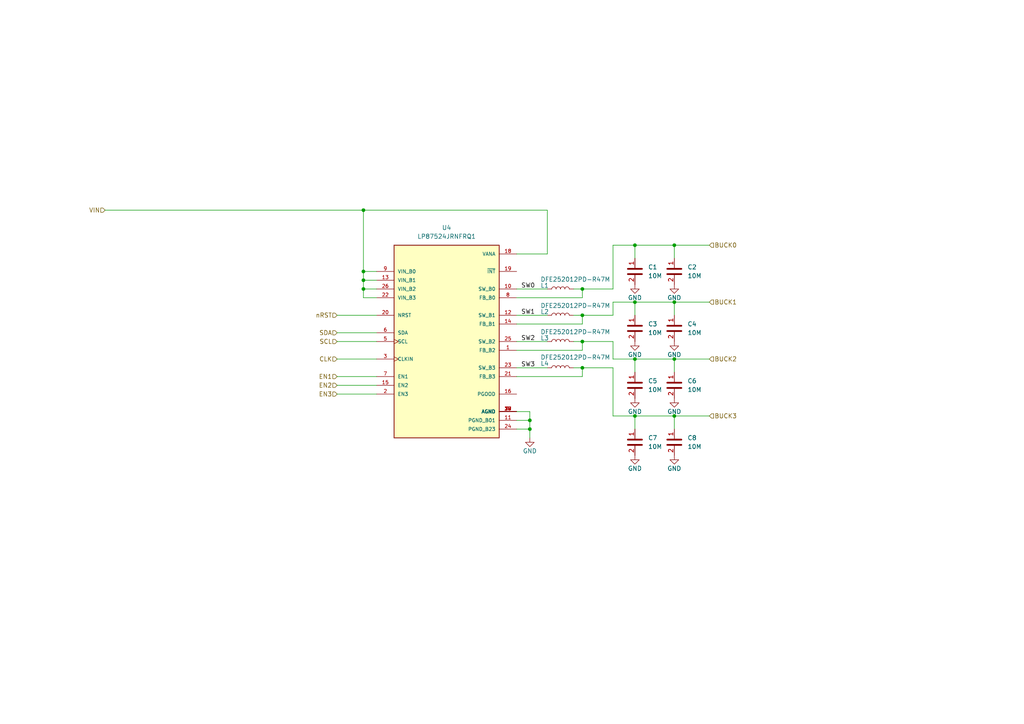
<source format=kicad_sch>
(kicad_sch (version 20250114) (generator "eeschema") (generator_version "9.0")
  (paper "A4")
  (lib_symbols
    (symbol "LP87524:LP87524JRNFRQ1" (pin_names (offset 1.016))
      (property "Reference" "U" (at -15.24 29.21 0))
      (property "Value" "LP87524JRNFRQ1" (at -15.24 -30.48 0))
      (symbol "LP87524JRNFRQ1_0_0"
        (rectangle (start -15.24 -27.94) (end 15.24 27.94) (stroke (width 0.254)) (fill (type background)))
        (pin input line (at -20.32 20.32 0) (length 5.08) (name "VIN_B0") (number "9"))
        (pin input line (at -20.32 17.78 0) (length 5.08) (name "VIN_B1") (number "13"))
        (pin input line (at -20.32 15.24 0) (length 5.08) (name "VIN_B2") (number "26"))
        (pin input line (at -20.32 12.7 0) (length 5.08) (name "VIN_B3") (number "22"))
        (pin input line (at -20.32 7.62 0) (length 5.08) (name "NRST") (number "20"))
        (pin bidirectional line (at -20.32 2.54 0) (length 5.08) (name "SDA") (number "6"))
        (pin input clock (at -20.32 0 0) (length 5.08) (name "SCL") (number "5"))
        (pin input clock (at -20.32 -5.08 0) (length 5.08) (name "CLKIN") (number "3"))
        (pin input line (at -20.32 -10.16 0) (length 5.08) (name "EN1") (number "7"))
        (pin input line (at -20.32 -12.7 0) (length 5.08) (name "EN2") (number "15"))
        (pin input line (at -20.32 -15.24 0) (length 5.08) (name "EN3") (number "2"))
        (pin power_in line (at 20.32 25.4 180) (length 5.08) (name "VANA") (number "18"))
        (pin output line (at 20.32 20.32 180) (length 5.08) (name "~{INT}") (number "19"))
        (pin output line (at 20.32 15.24 180) (length 5.08) (name "SW_B0") (number "10"))
        (pin input line (at 20.32 12.7 180) (length 5.08) (name "FB_B0") (number "8"))
        (pin output line (at 20.32 7.62 180) (length 5.08) (name "SW_B1") (number "12"))
        (pin input line (at 20.32 5.08 180) (length 5.08) (name "FB_B1") (number "14"))
        (pin output line (at 20.32 0 180) (length 5.08) (name "SW_B2") (number "25"))
        (pin input line (at 20.32 -2.54 180) (length 5.08) (name "FB_B2") (number "1"))
        (pin output line (at 20.32 -7.62 180) (length 5.08) (name "SW_B3") (number "23"))
        (pin input line (at 20.32 -10.16 180) (length 5.08) (name "FB_B3") (number "21"))
        (pin output line (at 20.32 -15.24 180) (length 5.08) (name "PGOOD") (number "16"))
        (pin power_in line (at 20.32 -20.32 180) (length 5.08) (name "AGND") (number "17"))
        (pin power_in line (at 20.32 -20.32 180) (length 5.08) (name "AGND") (number "27"))
        (pin power_in line (at 20.32 -20.32 180) (length 5.08) (name "AGND") (number "28"))
        (pin power_in line (at 20.32 -20.32 180) (length 5.08) (name "AGND") (number "29"))
        (pin power_in line (at 20.32 -20.32 180) (length 5.08) (name "AGND") (number "30"))
        (pin power_in line (at 20.32 -20.32 180) (length 5.08) (name "AGND") (number "4"))
        (pin power_in line (at 20.32 -22.86 180) (length 5.08) (name "PGND_B01") (number "11"))
        (pin power_in line (at 20.32 -25.4 180) (length 5.08) (name "PGND_B23") (number "24"))
      )
    )
    (symbol "PPA-Pasive:Cap" (pin_names (offset 1.016))
      (property "Reference" "C" (at -5.08 0 0))
      (property "Value" "Cap" (at 5.08 -2.54 0))
      (symbol "Cap_1_1"
        (polyline (pts (xy -2.032 0.762) (xy 2.032 0.762)) (stroke (width 0.508)))
        (polyline (pts (xy -2.032 -0.762) (xy 2.032 -0.762)) (stroke (width 0.508)))
        (pin passive line (at 0 3.81 270) (length 2.794) (name "~") (number "1"))
        (pin passive line (at 0 -3.81 90) (length 2.794) (name "~") (number "2"))
      )
    )
    (symbol "PPA-Pasive:Ind" (pin_numbers (hide yes)) (pin_names (offset 1.016) (hide yes))
      (property "Reference" "L" (at 2.54 1.27 0))
      (property "Value" "Ind" (at 3.81 -1.27 0))
      (symbol "Ind_1_1"
        (arc (start 0 2.54) (mid 0.6323 1.905) (end 0 1.27))
        (arc (start 0 1.27) (mid 0.6323 0.635) (end 0 0))
        (arc (start 0 0) (mid 0.6323 -0.635) (end 0 -1.27))
        (arc (start 0 -1.27) (mid 0.6323 -1.905) (end 0 -2.54))
        (pin passive line (at 0 3.81 270) (length 1.27) (name "1") (number "1"))
        (pin passive line (at 0 -3.81 90) (length 1.27) (name "2") (number "2"))
      )
    )
    (symbol "power:GND" (power) (pin_names (offset 0))
      (property "Value" "GND" (at 0 -3.81 0))
      (symbol "GND_0_1"
        (polyline (pts (xy 0 0) (xy 0 -1.27) (xy 1.27 -1.27) (xy 0 -2.54) (xy -1.27 -1.27) (xy 0 -1.27)))
      )
      (symbol "GND_1_1"
        (pin power_in line (at 0 0 270) (length 0) (hide yes) (name "GND") (number "1"))
      )
    )
  )
  (junction (at 105.41 83.82))
  (junction (at 184.15 120.65))
  (junction (at 168.91 83.82))
  (junction (at 195.58 104.14))
  (junction (at 105.41 60.96))
  (junction (at 184.15 71.12))
  (junction (at 195.58 120.65))
  (junction (at 195.58 87.63))
  (junction (at 168.91 99.06))
  (junction (at 105.41 78.74))
  (junction (at 168.91 106.68))
  (junction (at 195.58 71.12))
  (junction (at 105.41 81.28))
  (junction (at 184.15 104.14))
  (junction (at 153.67 121.92))
  (junction (at 168.91 91.44))
  (junction (at 153.67 124.46))
  (junction (at 184.15 87.63))
  (wire (pts (xy 195.58 87.63) (xy 195.58 91.44)))
  (wire (pts (xy 184.15 104.14) (xy 195.58 104.14)))
  (wire (pts (xy 177.8 87.63) (xy 184.15 87.63)))
  (wire (pts (xy 105.41 60.96) (xy 105.41 78.74)))
  (wire (pts (xy 177.8 99.06) (xy 177.8 104.14)))
  (wire (pts (xy 168.91 91.44) (xy 177.8 91.44)))
  (wire (pts (xy 195.58 71.12) (xy 195.58 74.93)))
  (wire (pts (xy 168.91 99.06) (xy 177.8 99.06)))
  (wire (pts (xy 184.15 120.65) (xy 195.58 120.65)))
  (wire (pts (xy 195.58 71.12) (xy 205.74 71.12)))
  (wire (pts (xy 153.67 124.46) (xy 153.67 121.92)))
  (wire (pts (xy 97.79 111.76) (xy 109.22 111.76)))
  (wire (pts (xy 168.91 86.36) (xy 149.86 86.36)))
  (wire (pts (xy 97.79 114.3) (xy 109.22 114.3)))
  (wire (pts (xy 168.91 83.82) (xy 168.91 86.36)))
  (wire (pts (xy 166.37 83.82) (xy 168.91 83.82)))
  (wire (pts (xy 195.58 87.63) (xy 205.74 87.63)))
  (wire (pts (xy 177.8 83.82) (xy 177.8 71.12)))
  (wire (pts (xy 105.41 83.82) (xy 105.41 86.36)))
  (wire (pts (xy 149.86 91.44) (xy 158.75 91.44)))
  (wire (pts (xy 153.67 127) (xy 153.67 124.46)))
  (wire (pts (xy 168.91 91.44) (xy 168.91 93.98)))
  (wire (pts (xy 149.86 109.22) (xy 168.91 109.22)))
  (wire (pts (xy 195.58 104.14) (xy 205.74 104.14)))
  (wire (pts (xy 177.8 71.12) (xy 184.15 71.12)))
  (wire (pts (xy 168.91 106.68) (xy 177.8 106.68)))
  (wire (pts (xy 97.79 104.14) (xy 109.22 104.14)))
  (wire (pts (xy 105.41 78.74) (xy 105.41 81.28)))
  (wire (pts (xy 97.79 96.52) (xy 109.22 96.52)))
  (wire (pts (xy 149.86 73.66) (xy 158.75 73.66)))
  (wire (pts (xy 149.86 106.68) (xy 158.75 106.68)))
  (wire (pts (xy 177.8 106.68) (xy 177.8 120.65)))
  (wire (pts (xy 195.58 104.14) (xy 195.58 107.95)))
  (wire (pts (xy 105.41 86.36) (xy 109.22 86.36)))
  (wire (pts (xy 177.8 91.44) (xy 177.8 87.63)))
  (wire (pts (xy 166.37 99.06) (xy 168.91 99.06)))
  (wire (pts (xy 105.41 83.82) (xy 109.22 83.82)))
  (wire (pts (xy 97.79 99.06) (xy 109.22 99.06)))
  (wire (pts (xy 166.37 91.44) (xy 168.91 91.44)))
  (wire (pts (xy 149.86 83.82) (xy 158.75 83.82)))
  (wire (pts (xy 105.41 81.28) (xy 109.22 81.28)))
  (wire (pts (xy 184.15 87.63) (xy 184.15 91.44)))
  (wire (pts (xy 153.67 121.92) (xy 153.67 119.38)))
  (wire (pts (xy 177.8 120.65) (xy 184.15 120.65)))
  (wire (pts (xy 168.91 106.68) (xy 166.37 106.68)))
  (wire (pts (xy 97.79 109.22) (xy 109.22 109.22)))
  (wire (pts (xy 158.75 73.66) (xy 158.75 60.96)))
  (wire (pts (xy 168.91 83.82) (xy 177.8 83.82)))
  (wire (pts (xy 168.91 99.06) (xy 168.91 101.6)))
  (wire (pts (xy 184.15 120.65) (xy 184.15 124.46)))
  (wire (pts (xy 149.86 99.06) (xy 158.75 99.06)))
  (wire (pts (xy 177.8 104.14) (xy 184.15 104.14)))
  (wire (pts (xy 149.86 121.92) (xy 153.67 121.92)))
  (wire (pts (xy 105.41 81.28) (xy 105.41 83.82)))
  (wire (pts (xy 153.67 119.38) (xy 149.86 119.38)))
  (wire (pts (xy 195.58 120.65) (xy 195.58 124.46)))
  (wire (pts (xy 168.91 101.6) (xy 149.86 101.6)))
  (wire (pts (xy 149.86 124.46) (xy 153.67 124.46)))
  (wire (pts (xy 195.58 120.65) (xy 205.74 120.65)))
  (wire (pts (xy 30.48 60.96) (xy 105.41 60.96)))
  (wire (pts (xy 168.91 109.22) (xy 168.91 106.68)))
  (wire (pts (xy 184.15 71.12) (xy 195.58 71.12)))
  (wire (pts (xy 97.79 91.44) (xy 109.22 91.44)))
  (wire (pts (xy 158.75 60.96) (xy 105.41 60.96)))
  (wire (pts (xy 105.41 78.74) (xy 109.22 78.74)))
  (wire (pts (xy 184.15 87.63) (xy 195.58 87.63)))
  (wire (pts (xy 184.15 71.12) (xy 184.15 74.93)))
  (wire (pts (xy 168.91 93.98) (xy 149.86 93.98)))
  (wire (pts (xy 184.15 104.14) (xy 184.15 107.95)))
  (label "SW0" (at 151.13 83.82 0))
  (label "SW2" (at 151.13 99.06 0))
  (label "SW1" (at 151.13 91.44 0))
  (label "SW3" (at 151.13 106.68 0))
  (hierarchical_label "SCL" (shape input) (at 97.79 99.06 180))
  (hierarchical_label "EN2" (shape input) (at 97.79 111.76 180))
  (hierarchical_label "nRST" (shape input) (at 97.79 91.44 180))
  (hierarchical_label "BUCK2" (shape input) (at 205.74 104.14 0))
  (hierarchical_label "EN3" (shape input) (at 97.79 114.3 180))
  (hierarchical_label "VIN" (shape input) (at 30.48 60.96 180))
  (hierarchical_label "BUCK0" (shape input) (at 205.74 71.12 0))
  (hierarchical_label "BUCK3" (shape input) (at 205.74 120.65 0))
  (hierarchical_label "BUCK1" (shape input) (at 205.74 87.63 0))
  (hierarchical_label "CLK" (shape input) (at 97.79 104.14 180))
  (hierarchical_label "EN1" (shape input) (at 97.79 109.22 180))
  (hierarchical_label "SDA" (shape input) (at 97.79 96.52 180))
  (symbol (lib_id "power:GND") (at 195.58 99.06 0) (unit 1)
    (property "Reference" "#PWR035" (effects (hide yes)))
    (property "Value" "GND" (at 195.58 102.87 0))
    (property "Description" "Power symbol creates a global label with name \"GND\" , ground" (effects (hide yes)))
    (instances (project "TRX055.01.01.PB.00.00" (path "" (reference "#PWR035") (unit 1)) (path "" (reference "#PWR053") (unit 1))))
  )
  (symbol (lib_id "power:GND") (at 153.67 127 0) (unit 1)
    (property "Reference" "#PWR0133" (effects (hide yes)))
    (property "Value" "GND" (at 153.67 130.81 0))
    (property "Description" "Power symbol creates a global label with name \"GND\" , ground" (effects (hide yes)))
    (instances (project "TRX055.01.01.PB.00.00" (path "" (reference "#PWR0133") (unit 1)) (path "" (reference "#PWR0134") (unit 1))))
  )
  (symbol (lib_id "PPA-Pasive:Cap") (at 195.58 78.74 0) (unit 1)
    (property "Reference" "C2" (at 199.39 77.4699 0) (effects (justify left)))
    (property "Value" "10M" (at 199.39 80.0099 0) (effects (justify left)))
    (property "Footprint" "Capacitor_SMD:C_0603_1608Metric" (effects (hide yes)))
    (property "Description" "capacitor" (effects (hide yes)))
    (property "Voltage" "100V" (effects (hide yes)))
    (property "Material" "X7R" (effects (hide yes)))
    (instances (project "TRX055.01.01.PB.00.00" (path "" (reference "C2") (unit 1)) (path "" (reference "C21") (unit 1))))
  )
  (symbol (lib_id "PPA-Pasive:Cap") (at 184.15 111.76 0) (unit 1)
    (property "Reference" "C5" (at 187.96 110.4899 0) (effects (justify left)))
    (property "Value" "10M" (at 187.96 113.0299 0) (effects (justify left)))
    (property "Footprint" "Capacitor_SMD:C_0603_1608Metric" (effects (hide yes)))
    (property "Description" "capacitor" (effects (hide yes)))
    (property "Voltage" "100V" (effects (hide yes)))
    (property "Material" "X7R" (effects (hide yes)))
    (instances (project "TRX055.01.01.PB.00.00" (path "" (reference "C5") (unit 1)) (path "" (reference "C19") (unit 1))))
  )
  (symbol (lib_id "power:GND") (at 195.58 132.08 0) (unit 1)
    (property "Reference" "#PWR039" (effects (hide yes)))
    (property "Value" "GND" (at 195.58 135.89 0))
    (property "Description" "Power symbol creates a global label with name \"GND\" , ground" (effects (hide yes)))
    (instances (project "TRX055.01.01.PB.00.00" (path "" (reference "#PWR039") (unit 1)) (path "" (reference "#PWR055") (unit 1))))
  )
  (symbol (lib_id "power:GND") (at 184.15 82.55 0) (unit 1)
    (property "Reference" "#PWR032" (effects (hide yes)))
    (property "Value" "GND" (at 184.15 86.36 0))
    (property "Description" "Power symbol creates a global label with name \"GND\" , ground" (effects (hide yes)))
    (instances (project "TRX055.01.01.PB.00.00" (path "" (reference "#PWR032") (unit 1)) (path "" (reference "#PWR048") (unit 1))))
  )
  (symbol (lib_id "LP87524:LP87524JRNFRQ1") (at 129.54 99.06 0) (unit 1)
    (property "Reference" "U4" (at 129.54 66.04 0))
    (property "Value" "LP87524JRNFRQ1" (at 129.54 68.58 0))
    (property "Footprint" "LP87524JRNFRQ1:VREG_LP87524JRNFRQ1" (effects (hide yes)))
    (property "MF" "Texas Instruments" (effects (hide yes)))
    (property "MAXIMUM_PACKAGE_HEIGHT" "0.9 mm" (effects (hide yes)))
    (property "Package" "VQFN-HR-26 Texas Instruments" (effects (hide yes)))
    (property "Price" "None" (effects (hide yes)))
    (property "Check_prices" "https://www.snapeda.com/parts/LP87524JRNFRQ1/Texas+Instruments/view-part/?ref=eda" (effects (hide yes)))
    (property "STANDARD" "Manufacturer Recommendations" (effects (hide yes)))
    (property "PARTREV" "B" (effects (hide yes)))
    (property "SnapEDA_Link" "https://www.snapeda.com/parts/LP87524JRNFRQ1/Texas+Instruments/view-part/?ref=snap" (effects (hide yes)))
    (property "MP" "LP87524JRNFRQ1" (effects (hide yes)))
    (property "Description_1" "Multiphase 4MHz, 4A/1.0V + 2.5A/1.8V + 1.5A/3.3V + 1.5A/1.2V buck converters for AWR and IWR MMICs" (effects (hide yes)))
    (property "Availability" "In Stock" (effects (hide yes)))
    (property "MANUFACTURER" "Texas Instruments" (effects (hide yes)))
    (property "JLCPCB Part #" "C701982" (effects (hide yes)))
    (instances (project "TRX055.01.01.PB.00.00" (path "" (reference "U4") (unit 1)) (path "" (reference "U6") (unit 1))))
  )
  (symbol (lib_id "power:GND") (at 184.15 132.08 0) (unit 1)
    (property "Reference" "#PWR038" (effects (hide yes)))
    (property "Value" "GND" (at 184.15 135.89 0))
    (property "Description" "Power symbol creates a global label with name \"GND\" , ground" (effects (hide yes)))
    (instances (project "TRX055.01.01.PB.00.00" (path "" (reference "#PWR038") (unit 1)) (path "" (reference "#PWR051") (unit 1))))
  )
  (symbol (lib_id "PPA-Pasive:Ind") (at 162.56 106.68 90) (unit 1)
    (property "Reference" "L4" (at 157.988 105.41 90))
    (property "Value" "DFE252012PD-R47M" (at 166.878 103.632 90))
    (property "Footprint" "Resistor_SMD:R_01005_0402Metric" (effects (hide yes)))
    (property "SFR" "10Mhz" (effects (hide yes)))
    (property "Ipeak" "3A" (effects (hide yes)))
    (property "Icont" "1A" (effects (hide yes)))
    (instances (project "TRX055.01.01.PB.00.00" (path "" (reference "L4") (unit 1)) (path "" (reference "L8") (unit 1))))
  )
  (symbol (lib_id "power:GND") (at 184.15 115.57 0) (unit 1)
    (property "Reference" "#PWR036" (effects (hide yes)))
    (property "Value" "GND" (at 184.15 119.38 0))
    (property "Description" "Power symbol creates a global label with name \"GND\" , ground" (effects (hide yes)))
    (instances (project "TRX055.01.01.PB.00.00" (path "" (reference "#PWR036") (unit 1)) (path "" (reference "#PWR050") (unit 1))))
  )
  (symbol (lib_id "PPA-Pasive:Ind") (at 162.56 83.82 90) (unit 1)
    (property "Reference" "L1" (at 157.988 82.804 90))
    (property "Value" "DFE252012PD-R47M" (at 166.878 81.026 90))
    (property "Footprint" "Resistor_SMD:R_01005_0402Metric" (effects (hide yes)))
    (property "SFR" "10Mhz" (effects (hide yes)))
    (property "Ipeak" "3A" (effects (hide yes)))
    (property "Icont" "1A" (effects (hide yes)))
    (instances (project "TRX055.01.01.PB.00.00" (path "" (reference "L1") (unit 1)) (path "" (reference "L5") (unit 1))))
  )
  (symbol (lib_id "power:GND") (at 184.15 99.06 0) (unit 1)
    (property "Reference" "#PWR034" (effects (hide yes)))
    (property "Value" "GND" (at 184.15 102.87 0))
    (property "Description" "Power symbol creates a global label with name \"GND\" , ground" (effects (hide yes)))
    (instances (project "TRX055.01.01.PB.00.00" (path "" (reference "#PWR034") (unit 1)) (path "" (reference "#PWR049") (unit 1))))
  )
  (symbol (lib_id "PPA-Pasive:Cap") (at 184.15 128.27 0) (unit 1)
    (property "Reference" "C7" (at 187.96 126.9999 0) (effects (justify left)))
    (property "Value" "10M" (at 187.96 129.5399 0) (effects (justify left)))
    (property "Footprint" "Capacitor_SMD:C_0603_1608Metric" (effects (hide yes)))
    (property "Description" "capacitor" (effects (hide yes)))
    (property "Voltage" "100V" (effects (hide yes)))
    (property "Material" "X7R" (effects (hide yes)))
    (instances (project "TRX055.01.01.PB.00.00" (path "" (reference "C7") (unit 1)) (path "" (reference "C20") (unit 1))))
  )
  (symbol (lib_id "PPA-Pasive:Cap") (at 184.15 78.74 0) (unit 1)
    (property "Reference" "C1" (at 187.96 77.4699 0) (effects (justify left)))
    (property "Value" "10M" (at 187.96 80.0099 0) (effects (justify left)))
    (property "Footprint" "Capacitor_SMD:C_0603_1608Metric" (effects (hide yes)))
    (property "Description" "capacitor" (effects (hide yes)))
    (property "Voltage" "100V" (effects (hide yes)))
    (property "Material" "X7R" (effects (hide yes)))
    (instances (project "TRX055.01.01.PB.00.00" (path "" (reference "C1") (unit 1)) (path "" (reference "C17") (unit 1))))
  )
  (symbol (lib_id "PPA-Pasive:Cap") (at 195.58 111.76 0) (unit 1)
    (property "Reference" "C6" (at 199.39 110.4899 0) (effects (justify left)))
    (property "Value" "10M" (at 199.39 113.0299 0) (effects (justify left)))
    (property "Footprint" "Capacitor_SMD:C_0603_1608Metric" (effects (hide yes)))
    (property "Description" "capacitor" (effects (hide yes)))
    (property "Voltage" "100V" (effects (hide yes)))
    (property "Material" "X7R" (effects (hide yes)))
    (instances (project "TRX055.01.01.PB.00.00" (path "" (reference "C6") (unit 1)) (path "" (reference "C23") (unit 1))))
  )
  (symbol (lib_id "PPA-Pasive:Ind") (at 162.56 99.06 90) (unit 1)
    (property "Reference" "L3" (at 157.988 98.044 90))
    (property "Value" "DFE252012PD-R47M" (at 166.878 96.266 90))
    (property "Footprint" "Resistor_SMD:R_01005_0402Metric" (effects (hide yes)))
    (property "SFR" "10Mhz" (effects (hide yes)))
    (property "Ipeak" "3A" (effects (hide yes)))
    (property "Icont" "1A" (effects (hide yes)))
    (instances (project "TRX055.01.01.PB.00.00" (path "" (reference "L3") (unit 1)) (path "" (reference "L7") (unit 1))))
  )
  (symbol (lib_id "PPA-Pasive:Cap") (at 184.15 95.25 0) (unit 1)
    (property "Reference" "C3" (at 187.96 93.9799 0) (effects (justify left)))
    (property "Value" "10M" (at 187.96 96.5199 0) (effects (justify left)))
    (property "Footprint" "Capacitor_SMD:C_0603_1608Metric" (effects (hide yes)))
    (property "Description" "capacitor" (effects (hide yes)))
    (property "Voltage" "100V" (effects (hide yes)))
    (property "Material" "X7R" (effects (hide yes)))
    (instances (project "TRX055.01.01.PB.00.00" (path "" (reference "C3") (unit 1)) (path "" (reference "C18") (unit 1))))
  )
  (symbol (lib_id "PPA-Pasive:Cap") (at 195.58 128.27 0) (unit 1)
    (property "Reference" "C8" (at 199.39 126.9999 0) (effects (justify left)))
    (property "Value" "10M" (at 199.39 129.5399 0) (effects (justify left)))
    (property "Footprint" "Capacitor_SMD:C_0603_1608Metric" (effects (hide yes)))
    (property "Description" "capacitor" (effects (hide yes)))
    (property "Voltage" "100V" (effects (hide yes)))
    (property "Material" "X7R" (effects (hide yes)))
    (instances (project "TRX055.01.01.PB.00.00" (path "" (reference "C8") (unit 1)) (path "" (reference "C24") (unit 1))))
  )
  (symbol (lib_id "PPA-Pasive:Ind") (at 162.56 91.44 90) (unit 1)
    (property "Reference" "L2" (at 157.988 90.424 90))
    (property "Value" "DFE252012PD-R47M" (at 166.878 88.646 90))
    (property "Footprint" "Resistor_SMD:R_01005_0402Metric" (effects (hide yes)))
    (property "SFR" "10Mhz" (effects (hide yes)))
    (property "Ipeak" "3A" (effects (hide yes)))
    (property "Icont" "1A" (effects (hide yes)))
    (instances (project "TRX055.01.01.PB.00.00" (path "" (reference "L2") (unit 1)) (path "" (reference "L6") (unit 1))))
  )
  (symbol (lib_id "power:GND") (at 195.58 82.55 0) (unit 1)
    (property "Reference" "#PWR033" (effects (hide yes)))
    (property "Value" "GND" (at 195.58 86.36 0))
    (property "Description" "Power symbol creates a global label with name \"GND\" , ground" (effects (hide yes)))
    (instances (project "TRX055.01.01.PB.00.00" (path "" (reference "#PWR033") (unit 1)) (path "" (reference "#PWR052") (unit 1))))
  )
  (symbol (lib_id "power:GND") (at 195.58 115.57 0) (unit 1)
    (property "Reference" "#PWR037" (effects (hide yes)))
    (property "Value" "GND" (at 195.58 119.38 0))
    (property "Description" "Power symbol creates a global label with name \"GND\" , ground" (effects (hide yes)))
    (instances (project "TRX055.01.01.PB.00.00" (path "" (reference "#PWR037") (unit 1)) (path "" (reference "#PWR054") (unit 1))))
  )
  (symbol (lib_id "PPA-Pasive:Cap") (at 195.58 95.25 0) (unit 1)
    (property "Reference" "C4" (at 199.39 93.9799 0) (effects (justify left)))
    (property "Value" "10M" (at 199.39 96.5199 0) (effects (justify left)))
    (property "Footprint" "Capacitor_SMD:C_0603_1608Metric" (effects (hide yes)))
    (property "Description" "capacitor" (effects (hide yes)))
    (property "Voltage" "100V" (effects (hide yes)))
    (property "Material" "X7R" (effects (hide yes)))
    (instances (project "TRX055.01.01.PB.00.00" (path "" (reference "C4") (unit 1)) (path "" (reference "C22") (unit 1))))
  )
)
</source>
